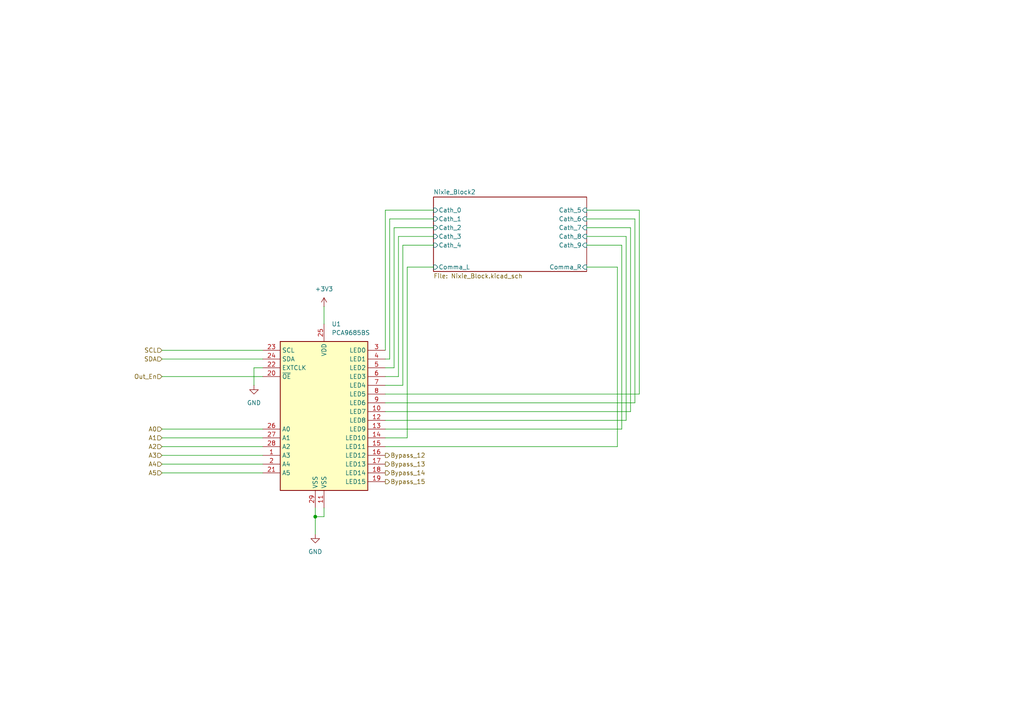
<source format=kicad_sch>
(kicad_sch (version 20250114) (generator "eeschema") (generator_version "9.0")
  (paper "A4")
  (lib_symbols
    (symbol "Driver_LED:PCA9685BS"
      (property "Reference" "U" (at -12.7 22.225 0))
      (property "Value" "PCA9685BS" (at 1.27 22.225 0))
      (symbol "PCA9685BS_0_1"
        (rectangle (start -12.7 20.32) (end 12.7 -22.86) (stroke (width 0.254)) (fill (type background)))
      )
      (symbol "PCA9685BS_1_1"
        (pin input line (at -17.78 17.78 0) (length 5.08) (name "SCL") (number "23"))
        (pin bidirectional line (at -17.78 15.24 0) (length 5.08) (name "SDA") (number "24"))
        (pin input line (at -17.78 12.7 0) (length 5.08) (name "EXTCLK") (number "22"))
        (pin input line (at -17.78 10.16 0) (length 5.08) (name "~{OE}") (number "20"))
        (pin input line (at -17.78 -5.08 0) (length 5.08) (name "A0") (number "26"))
        (pin input line (at -17.78 -7.62 0) (length 5.08) (name "A1") (number "27"))
        (pin input line (at -17.78 -10.16 0) (length 5.08) (name "A2") (number "28"))
        (pin input line (at -17.78 -12.7 0) (length 5.08) (name "A3") (number "1"))
        (pin input line (at -17.78 -15.24 0) (length 5.08) (name "A4") (number "2"))
        (pin input line (at -17.78 -17.78 0) (length 5.08) (name "A5") (number "21"))
        (pin power_in line (at -2.54 -27.94 90) (length 5.08) (name "VSS") (number "29"))
        (pin power_in line (at 0 25.4 270) (length 5.08) (name "VDD") (number "25"))
        (pin power_in line (at 0 -27.94 90) (length 5.08) (name "VSS") (number "11"))
        (pin output line (at 17.78 17.78 180) (length 5.08) (name "LED0") (number "3"))
        (pin output line (at 17.78 15.24 180) (length 5.08) (name "LED1") (number "4"))
        (pin output line (at 17.78 12.7 180) (length 5.08) (name "LED2") (number "5"))
        (pin output line (at 17.78 10.16 180) (length 5.08) (name "LED3") (number "6"))
        (pin output line (at 17.78 7.62 180) (length 5.08) (name "LED4") (number "7"))
        (pin output line (at 17.78 5.08 180) (length 5.08) (name "LED5") (number "8"))
        (pin output line (at 17.78 2.54 180) (length 5.08) (name "LED6") (number "9"))
        (pin output line (at 17.78 0 180) (length 5.08) (name "LED7") (number "10"))
        (pin output line (at 17.78 -2.54 180) (length 5.08) (name "LED8") (number "12"))
        (pin output line (at 17.78 -5.08 180) (length 5.08) (name "LED9") (number "13"))
        (pin output line (at 17.78 -7.62 180) (length 5.08) (name "LED10") (number "14"))
        (pin output line (at 17.78 -10.16 180) (length 5.08) (name "LED11") (number "15"))
        (pin output line (at 17.78 -12.7 180) (length 5.08) (name "LED12") (number "16"))
        (pin output line (at 17.78 -15.24 180) (length 5.08) (name "LED13") (number "17"))
        (pin output line (at 17.78 -17.78 180) (length 5.08) (name "LED14") (number "18"))
        (pin output line (at 17.78 -20.32 180) (length 5.08) (name "LED15") (number "19"))
      )
    )
    (symbol "power:+5V" (power) (pin_numbers (hide yes)) (pin_names (offset 0) (hide yes))
      (property "Value" "+5V" (at 0 3.556 0))
      (symbol "+5V_0_1"
        (polyline (pts (xy -0.762 1.27) (xy 0 2.54)))
        (polyline (pts (xy 0 2.54) (xy 0.762 1.27)))
        (polyline (pts (xy 0 0) (xy 0 2.54)))
      )
      (symbol "+5V_1_1"
        (pin power_in line (at 0 0 90) (length 0) (name "~") (number "1"))
      )
    )
    (symbol "power:GND" (power) (pin_numbers (hide yes)) (pin_names (offset 0) (hide yes))
      (property "Value" "GND" (at 0 -3.81 0))
      (symbol "GND_0_1"
        (polyline (pts (xy 0 0) (xy 0 -1.27) (xy 1.27 -1.27) (xy 0 -2.54) (xy -1.27 -1.27) (xy 0 -1.27)))
      )
      (symbol "GND_1_1"
        (pin power_in line (at 0 0 270) (length 0) (name "~") (number "1"))
      )
    )
  )
  (junction (at 91.44 149.86))
  (wire (pts (xy 46.99 104.14) (xy 76.2 104.14)))
  (wire (pts (xy 185.42 114.3) (xy 185.42 60.96)))
  (wire (pts (xy 182.88 119.38) (xy 182.88 66.04)))
  (wire (pts (xy 46.99 132.08) (xy 76.2 132.08)))
  (wire (pts (xy 93.98 88.9) (xy 93.98 93.98)))
  (wire (pts (xy 91.44 147.32) (xy 91.44 149.86)))
  (wire (pts (xy 111.76 114.3) (xy 185.42 114.3)))
  (wire (pts (xy 113.03 104.14) (xy 111.76 104.14)))
  (wire (pts (xy 125.73 66.04) (xy 114.3 66.04)))
  (wire (pts (xy 93.98 149.86) (xy 91.44 149.86)))
  (wire (pts (xy 184.15 116.84) (xy 184.15 63.5)))
  (wire (pts (xy 93.98 147.32) (xy 93.98 149.86)))
  (wire (pts (xy 114.3 66.04) (xy 114.3 106.68)))
  (wire (pts (xy 111.76 106.68) (xy 114.3 106.68)))
  (wire (pts (xy 113.03 63.5) (xy 113.03 104.14)))
  (wire (pts (xy 46.99 137.16) (xy 76.2 137.16)))
  (wire (pts (xy 180.34 124.46) (xy 180.34 71.12)))
  (wire (pts (xy 46.99 127) (xy 76.2 127)))
  (wire (pts (xy 111.76 60.96) (xy 125.73 60.96)))
  (wire (pts (xy 113.03 63.5) (xy 125.73 63.5)))
  (wire (pts (xy 115.57 68.58) (xy 125.73 68.58)))
  (wire (pts (xy 111.76 119.38) (xy 182.88 119.38)))
  (wire (pts (xy 118.11 127) (xy 118.11 77.47)))
  (wire (pts (xy 76.2 106.68) (xy 73.66 106.68)))
  (wire (pts (xy 111.76 124.46) (xy 180.34 124.46)))
  (wire (pts (xy 118.11 77.47) (xy 125.73 77.47)))
  (wire (pts (xy 111.76 116.84) (xy 184.15 116.84)))
  (wire (pts (xy 46.99 109.22) (xy 76.2 109.22)))
  (wire (pts (xy 179.07 129.54) (xy 111.76 129.54)))
  (wire (pts (xy 170.18 60.96) (xy 185.42 60.96)))
  (wire (pts (xy 46.99 129.54) (xy 76.2 129.54)))
  (wire (pts (xy 116.84 111.76) (xy 116.84 71.12)))
  (wire (pts (xy 111.76 101.6) (xy 111.76 60.96)))
  (wire (pts (xy 170.18 71.12) (xy 180.34 71.12)))
  (wire (pts (xy 115.57 109.22) (xy 111.76 109.22)))
  (wire (pts (xy 46.99 101.6) (xy 76.2 101.6)))
  (wire (pts (xy 181.61 121.92) (xy 111.76 121.92)))
  (wire (pts (xy 115.57 68.58) (xy 115.57 109.22)))
  (wire (pts (xy 170.18 77.47) (xy 179.07 77.47)))
  (wire (pts (xy 170.18 66.04) (xy 182.88 66.04)))
  (wire (pts (xy 170.18 63.5) (xy 184.15 63.5)))
  (wire (pts (xy 111.76 111.76) (xy 116.84 111.76)))
  (wire (pts (xy 170.18 68.58) (xy 181.61 68.58)))
  (wire (pts (xy 111.76 127) (xy 118.11 127)))
  (wire (pts (xy 179.07 77.47) (xy 179.07 129.54)))
  (wire (pts (xy 73.66 106.68) (xy 73.66 111.76)))
  (wire (pts (xy 116.84 71.12) (xy 125.73 71.12)))
  (wire (pts (xy 181.61 68.58) (xy 181.61 121.92)))
  (wire (pts (xy 46.99 124.46) (xy 76.2 124.46)))
  (wire (pts (xy 91.44 149.86) (xy 91.44 154.94)))
  (wire (pts (xy 46.99 134.62) (xy 76.2 134.62)))
  (hierarchical_label "A4" (shape input) (at 46.99 134.62 180))
  (hierarchical_label "SCL" (shape input) (at 46.99 101.6 180))
  (hierarchical_label "SDA" (shape input) (at 46.99 104.14 180))
  (hierarchical_label "A1" (shape input) (at 46.99 127 180))
  (hierarchical_label "A0" (shape input) (at 46.99 124.46 180))
  (hierarchical_label "A2" (shape input) (at 46.99 129.54 180))
  (hierarchical_label "Bypass_13" (shape output) (at 111.76 134.62 0))
  (hierarchical_label "Bypass_15" (shape output) (at 111.76 139.7 0))
  (hierarchical_label "A3" (shape input) (at 46.99 132.08 180))
  (hierarchical_label "Bypass_12" (shape output) (at 111.76 132.08 0))
  (hierarchical_label "Out_En" (shape input) (at 46.99 109.22 180))
  (hierarchical_label "A5" (shape input) (at 46.99 137.16 180))
  (hierarchical_label "Bypass_14" (shape output) (at 111.76 137.16 0))
  (symbol (lib_id "Driver_LED:PCA9685BS") (at 93.98 119.38 0) (unit 1)
    (property "Reference" "U1" (at 96.1741 93.98 0) (effects (justify left)))
    (property "Value" "PCA9685BS" (at 96.1741 96.52 0) (effects (justify left)))
    (property "Footprint" "Package_DFN_QFN:QFN-28-1EP_6x6mm_P0.65mm_EP4.25x4.25mm" (effects (hide yes)))
    (property "Datasheet" "http://www.nxp.com/docs/en/data-sheet/PCA9685.pdf" (effects (hide yes)))
    (property "Description" "16-channel 12-bit PWM Fm+ I2C-bus LED controller RGBA QFN" (effects (hide yes)))
    (property "LCSC Part #" "C5191634" (effects (hide yes)))
  )
  (symbol (lib_id "power:GND") (at 73.66 111.76 0) (unit 1)
    (property "Reference" "#PWR0103" (effects (hide yes)))
    (property "Value" "GND" (at 73.66 116.84 0))
    (property "Description" "Power symbol creates a global label with name \"GND\" , ground" (effects (hide yes)))
  )
  (symbol (lib_id "power:+5V") (at 93.98 88.9 0) (unit 1)
    (property "Reference" "#PWR0102" (effects (hide yes)))
    (property "Value" "+3V3" (at 93.98 83.82 0))
    (property "Description" "Power symbol creates a global label with name \"+5V\"" (effects (hide yes)))
  )
  (symbol (lib_id "power:GND") (at 91.44 154.94 0) (unit 1)
    (property "Reference" "#PWR0101" (effects (hide yes)))
    (property "Value" "GND" (at 91.44 160.02 0))
    (property "Description" "Power symbol creates a global label with name \"GND\" , ground" (effects (hide yes)))
  )
  (sheet (at 125.73 57.15) (size 44.45 21.59) (stroke (width 0.1524))
    (property "Sheetname" "Nixie_Block2" (at 125.73 56.4384 0) (effects (justify left bottom)))
    (property "Sheetfile" "Nixie_Block.kicad_sch" (at 125.73 79.3246 0) (effects (justify left top)))
    (pin "Cath_9" input (at 170.18 71.12 0))
    (pin "Cath_6" input (at 170.18 63.5 0))
    (pin "Cath_8" input (at 170.18 68.58 0))
    (pin "Cath_7" input (at 170.18 66.04 0))
    (pin "Comma_R" input (at 170.18 77.47 0))
    (pin "Cath_0" input (at 125.73 60.96 180))
    (pin "Cath_2" input (at 125.73 66.04 180))
    (pin "Comma_L" input (at 125.73 77.47 180))
    (pin "Cath_1" input (at 125.73 63.5 180))
    (pin "Cath_3" input (at 125.73 68.58 180))
    (pin "Cath_4" input (at 125.73 71.12 180))
    (pin "Cath_5" input (at 170.18 60.96 0))
  )
)
</source>
